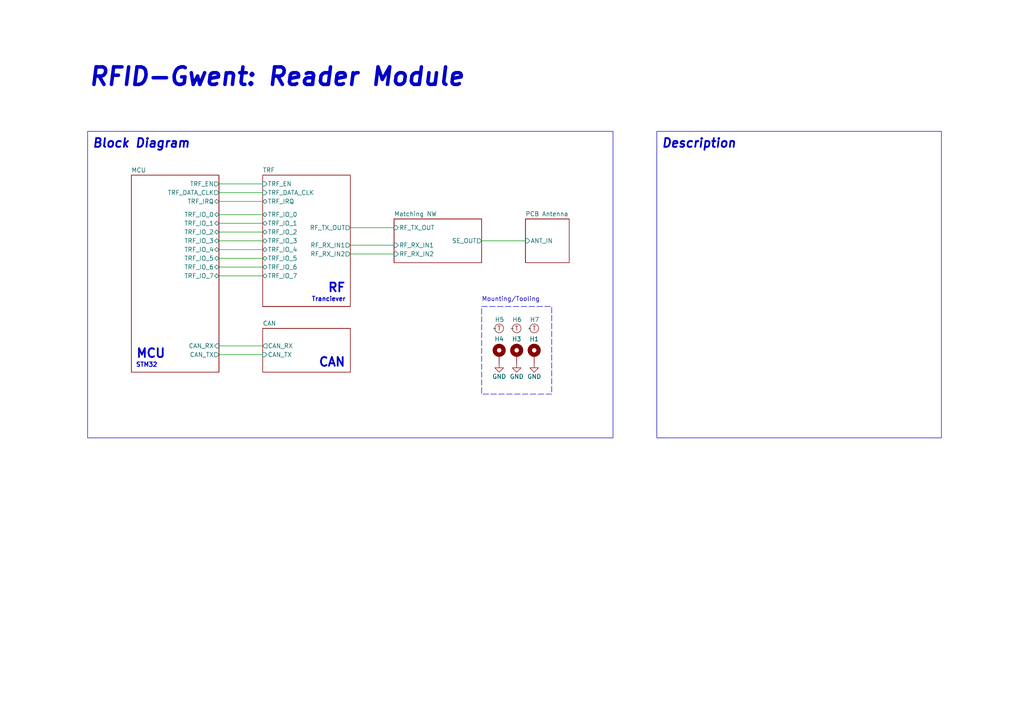
<source format=kicad_sch>
(kicad_sch (version 20230121) (generator eeschema)
  (paper "A4")
  (title_block (title "RFID-Gwent") (date "2023-08-15") (rev "R0") (company "s-grundner"))
  (lib_symbols
    (symbol "JLC:Tooling_Hole"
      (property "Reference" "H" (at 0 2.54 0))
      (symbol "Tooling_Hole_0_1"
        (circle (center 0 0) (radius 1.27))
      )
      (symbol "Tooling_Hole_1_1"
        (text "T" (at 0 0 0) (effects (font (size 1.27 1.27))))
      )
    )
    (symbol "Mechanical:MountingHole_Pad" (pin_numbers hide) (pin_names (offset 1.016) hide)
      (property "Reference" "H" (at 0 6.35 0))
      (property "Value" "MountingHole_Pad" (at 0 4.445 0))
      (symbol "MountingHole_Pad_0_1"
        (circle (center 0 1.27) (radius 1.27) (stroke (width 1.27)))
      )
      (symbol "MountingHole_Pad_1_1"
        (pin input line (at 0 -2.54 90) (length 2.54) (name "1") (number "1"))
      )
    )
    (symbol "power:GND" (power) (pin_names (offset 0))
      (property "Value" "GND" (at 0 -3.81 0))
      (symbol "GND_0_1"
        (polyline (pts (xy 0 0) (xy 0 -1.27) (xy 1.27 -1.27) (xy 0 -2.54) (xy -1.27 -1.27) (xy 0 -1.27)))
      )
      (symbol "GND_1_1"
        (pin power_in line (at 0 0 270) (length 0) hide (name "GND") (number "1"))
      )
    )
  )
  (wire (pts (xy 63.5 53.34) (xy 76.2 53.34)))
  (wire (pts (xy 63.5 72.39) (xy 76.2 72.39)))
  (wire (pts (xy 63.5 58.42) (xy 76.2 58.42)))
  (wire (pts (xy 101.6 73.66) (xy 114.3 73.66)))
  (wire (pts (xy 63.5 100.33) (xy 76.2 100.33)))
  (wire (pts (xy 63.5 69.85) (xy 76.2 69.85)))
  (wire (pts (xy 63.5 64.77) (xy 76.2 64.77)))
  (wire (pts (xy 63.5 67.31) (xy 76.2 67.31)))
  (wire (pts (xy 101.6 71.12) (xy 114.3 71.12)))
  (wire (pts (xy 63.5 62.23) (xy 76.2 62.23)))
  (wire (pts (xy 63.5 55.88) (xy 76.2 55.88)))
  (wire (pts (xy 63.5 80.01) (xy 76.2 80.01)))
  (wire (pts (xy 63.5 74.93) (xy 76.2 74.93)))
  (wire (pts (xy 63.5 77.47) (xy 76.2 77.47)))
  (wire (pts (xy 139.7 69.85) (xy 152.4 69.85)))
  (wire (pts (xy 63.5 102.87) (xy 76.2 102.87)))
  (wire (pts (xy 101.6 66.04) (xy 114.3 66.04)))
  (rectangle (start 190.5 38.1) (end 273.05 127))
  (rectangle (start 25.4 38.1) (end 177.8 127))
  (rectangle (start 139.7 88.9) (end 160.02 114.3) (stroke (width 0) (type dash)))
  (text "CAN" (at 100.33 106.68 0) (effects (font (size 2.54 2.54) bold) (justify right bottom)))
  (text "Tranciever" (at 100.33 87.63 0) (effects (font (size 1.27 1.27) bold) (justify right bottom)))
  (text "Description" (at 191.77 43.18 0) (effects (font (size 2.54 2.54) (thickness 0.508) bold italic) (justify left bottom)))
  (text "RFID-Gwent: Reader Module" (at 25.4 25.4 0) (effects (font (size 5.08 5.08) (thickness 1.016) bold italic) (justify left bottom)))
  (text "Mounting/Tooling" (at 139.7 87.63 0) (effects (font (size 1.27 1.27)) (justify left bottom)))
  (text "RF" (at 100.33 85.09 0) (effects (font (size 2.54 2.54) bold) (justify right bottom)))
  (text "Block Diagram" (at 26.67 43.18 0) (effects (font (size 2.54 2.54) (thickness 0.508) bold italic) (justify left bottom)))
  (text "STM32\n" (at 39.37 106.68 0) (effects (font (size 1.27 1.27) bold) (justify left bottom)))
  (text "MCU" (at 39.37 104.14 0) (effects (font (size 2.54 2.54) bold) (justify left bottom)))
  (symbol (lib_id "Mechanical:MountingHole_Pad") (at 144.78 102.87 0) (unit 1)
    (property "Reference" "H4" (at 144.78 99.06 0) (effects (justify bottom)))
    (property "Value" "MountingHole_Pad" (effects hide))
    (property "Footprint" "MountingHole:MountingHole_3.2mm_M3" (effects hide))
  )
  (symbol (lib_id "Mechanical:MountingHole_Pad") (at 149.86 102.87 0) (unit 1)
    (property "Reference" "H3" (at 149.86 99.06 0) (effects (justify bottom)))
    (property "Value" "MountingHole_Pad" (effects hide))
    (property "Footprint" "MountingHole:MountingHole_3.2mm_M3" (effects hide))
  )
  (symbol (lib_id "power:GND") (at 149.86 105.41 0) (unit 1)
    (property "Reference" "#PWR035" (effects hide))
    (property "Value" "GND" (at 149.86 109.22 0))
  )
  (symbol (lib_id "JLC:Tooling_Hole") (at 154.94 95.25 0) (unit 1)
    (property "Reference" "H7" (at 153.67 92.71 0) (effects (justify left)))
    (property "Value" "~" (at 153.67 95.25 0))
    (property "Footprint" "JLC:JLC_Tooling" (effects hide))
    (property "Datasheet" "https://jlcpcb.com/help/article/47-How-to-add-tooling-holes-for-PCB-assembly-order" (effects hide))
  )
  (symbol (lib_id "JLC:Tooling_Hole") (at 149.86 95.25 0) (unit 1)
    (property "Reference" "H6" (at 148.59 92.71 0) (effects (justify left)))
    (property "Value" "~" (at 148.59 95.25 0))
    (property "Footprint" "JLC:JLC_Tooling" (effects hide))
    (property "Datasheet" "https://jlcpcb.com/help/article/47-How-to-add-tooling-holes-for-PCB-assembly-order" (effects hide))
  )
  (symbol (lib_id "JLC:Tooling_Hole") (at 144.78 95.25 0) (unit 1)
    (property "Reference" "H5" (at 143.51 92.71 0) (effects (justify left)))
    (property "Value" "~" (at 143.51 95.25 0))
    (property "Footprint" "JLC:JLC_Tooling" (effects hide))
    (property "Datasheet" "https://jlcpcb.com/help/article/47-How-to-add-tooling-holes-for-PCB-assembly-order" (effects hide))
  )
  (symbol (lib_id "Mechanical:MountingHole_Pad") (at 154.94 102.87 0) (unit 1)
    (property "Reference" "H1" (at 154.94 99.06 0) (effects (justify bottom)))
    (property "Value" "MountingHole_Pad" (effects hide))
    (property "Footprint" "MountingHole:MountingHole_3.2mm_M3_Pad_Via" (effects hide))
  )
  (symbol (lib_id "power:GND") (at 154.94 105.41 0) (unit 1)
    (property "Reference" "#PWR037" (effects hide))
    (property "Value" "GND" (at 154.94 109.22 0))
  )
  (symbol (lib_id "power:GND") (at 144.78 105.41 0) (unit 1)
    (property "Reference" "#PWR024" (effects hide))
    (property "Value" "GND" (at 144.78 109.22 0))
  )
  (sheet (at 114.3 63.5) (size 25.4 12.7) (stroke (width 0.1524))
    (property "Sheetname" "Matching NW" (at 114.3 62.7884 0) (effects (justify left bottom)))
    (property "Sheetfile" "RF.kicad_sch" (effects hide))
    (pin "RF_TX_OUT" input (at 114.3 66.04 180))
    (pin "RF_RX_IN1" input (at 114.3 71.12 180))
    (pin "RF_RX_IN2" input (at 114.3 73.66 180))
    (pin "SE_OUT" output (at 139.7 69.85 0))
  )
  (sheet (at 76.2 95.25) (size 25.4 12.7) (stroke (width 0.1524))
    (property "Sheetname" "CAN" (at 76.2 94.5384 0) (effects (justify left bottom)))
    (property "Sheetfile" "CAN.kicad_sch" (effects hide))
    (pin "CAN_TX" input (at 76.2 102.87 180))
    (pin "CAN_RX" output (at 76.2 100.33 180))
  )
  (sheet (at 76.2 50.8) (size 25.4 38.1) (stroke (width 0.1524))
    (property "Sheetname" "TRF" (at 76.2 50.0884 0) (effects (justify left bottom)))
    (property "Sheetfile" "TRF.kicad_sch" (effects hide))
    (pin "TRF_DATA_CLK" input (at 76.2 55.88 180))
    (pin "TRF_IO_0" bidirectional (at 76.2 62.23 180))
    (pin "TRF_IRQ" bidirectional (at 76.2 58.42 180))
    (pin "TRF_IO_7" bidirectional (at 76.2 80.01 180))
    (pin "TRF_IO_4" bidirectional (at 76.2 72.39 180))
    (pin "TRF_IO_1" bidirectional (at 76.2 64.77 180))
    (pin "TRF_IO_3" bidirectional (at 76.2 69.85 180))
    (pin "TRF_IO_5" bidirectional (at 76.2 74.93 180))
    (pin "TRF_IO_6" bidirectional (at 76.2 77.47 180))
    (pin "TRF_IO_2" bidirectional (at 76.2 67.31 180))
    (pin "TRF_EN" input (at 76.2 53.34 180))
    (pin "RF_TX_OUT" output (at 101.6 66.04 0))
    (pin "RF_RX_IN1" output (at 101.6 71.12 0))
    (pin "RF_RX_IN2" output (at 101.6 73.66 0))
  )
  (sheet (at 38.1 50.8) (size 25.4 57.15) (stroke (width 0.1524))
    (property "Sheetname" "MCU" (at 38.1 50.0884 0) (effects (justify left bottom)))
    (property "Sheetfile" "MCU.kicad_sch" (effects hide))
    (pin "TRF_IO_0" bidirectional (at 63.5 62.23 0))
    (pin "TRF_EN" output (at 63.5 53.34 0))
    (pin "TRF_IO_1" bidirectional (at 63.5 64.77 0))
    (pin "TRF_IO_7" bidirectional (at 63.5 80.01 0))
    (pin "TRF_IO_5" bidirectional (at 63.5 74.93 0))
    (pin "TRF_IO_6" bidirectional (at 63.5 77.47 0))
    (pin "TRF_DATA_CLK" output (at 63.5 55.88 0))
    (pin "TRF_IO_3" bidirectional (at 63.5 69.85 0))
    (pin "TRF_IO_2" bidirectional (at 63.5 67.31 0))
    (pin "TRF_IO_4" bidirectional (at 63.5 72.39 0))
    (pin "TRF_IRQ" bidirectional (at 63.5 58.42 0))
    (pin "CAN_RX" input (at 63.5 100.33 0))
    (pin "CAN_TX" output (at 63.5 102.87 0))
  )
  (sheet (at 152.4 63.5) (size 12.7 12.7) (stroke (width 0.1524))
    (property "Sheetname" "PCB Antenna" (at 152.4 62.7884 0) (effects (justify left bottom)))
    (property "Sheetfile" "Antenna.kicad_sch" (effects hide))
    (pin "ANT_IN" input (at 152.4 69.85 180))
  )
)
</source>
